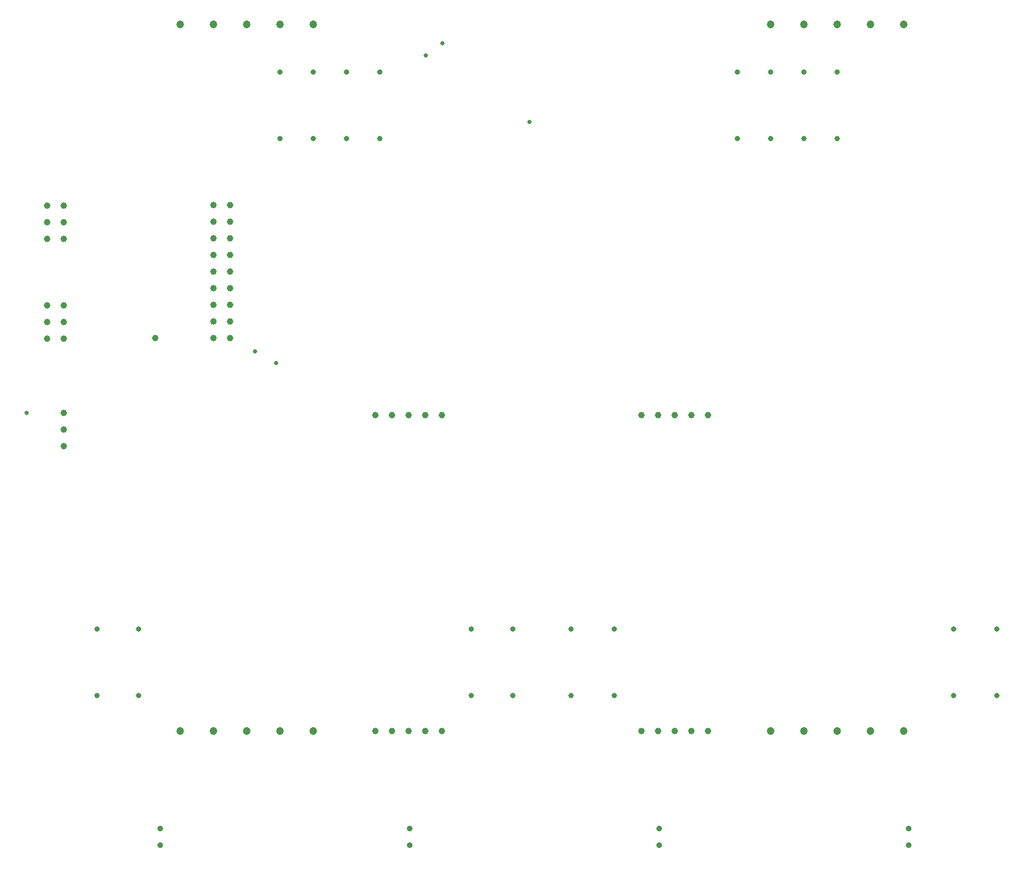
<source format=gbr>
%TF.GenerationSoftware,KiCad,Pcbnew,7.0.2*%
%TF.CreationDate,2023-07-06T23:21:11-07:00*%
%TF.ProjectId,Score-Board-Digits,53636f72-652d-4426-9f61-72642d446967,1*%
%TF.SameCoordinates,Original*%
%TF.FileFunction,Plated,1,2,PTH,Drill*%
%TF.FilePolarity,Positive*%
%FSLAX46Y46*%
G04 Gerber Fmt 4.6, Leading zero omitted, Abs format (unit mm)*
G04 Created by KiCad (PCBNEW 7.0.2) date 2023-07-06 23:21:11*
%MOMM*%
%LPD*%
G01*
G04 APERTURE LIST*
%TA.AperFunction,ViaDrill*%
%ADD10C,0.635000*%
%TD*%
%TA.AperFunction,ComponentDrill*%
%ADD11C,0.800000*%
%TD*%
%TA.AperFunction,ComponentDrill*%
%ADD12C,0.900000*%
%TD*%
%TA.AperFunction,ComponentDrill*%
%ADD13C,1.000000*%
%TD*%
%TA.AperFunction,ComponentDrill*%
%ADD14C,1.200000*%
%TD*%
G04 APERTURE END LIST*
D10*
X28605000Y-98495000D03*
X63530000Y-89097000D03*
X66705000Y-90875000D03*
X89565000Y-43885000D03*
X92105000Y-41980000D03*
X105440000Y-54045000D03*
D11*
%TO.C,R9*%
X39400000Y-131515000D03*
X39400000Y-141675000D03*
%TO.C,R13*%
X45750000Y-131515000D03*
X45750000Y-141675000D03*
%TO.C,R1*%
X67340000Y-46425000D03*
X67340000Y-56585000D03*
%TO.C,R2*%
X72420000Y-46425000D03*
X72420000Y-56585000D03*
%TO.C,R3*%
X77500000Y-46425000D03*
X77500000Y-56585000D03*
%TO.C,R4*%
X82580000Y-46425000D03*
X82580000Y-56585000D03*
%TO.C,R10*%
X96550000Y-131515000D03*
X96550000Y-141675000D03*
%TO.C,R14*%
X102900000Y-131515000D03*
X102900000Y-141675000D03*
%TO.C,R11*%
X111790000Y-131515000D03*
X111790000Y-141675000D03*
%TO.C,R15*%
X118394000Y-131515000D03*
X118394000Y-141675000D03*
%TO.C,R5*%
X137190000Y-46425000D03*
X137190000Y-56585000D03*
%TO.C,R7*%
X142270000Y-46425000D03*
X142270000Y-56585000D03*
%TO.C,R6*%
X147350000Y-46425000D03*
X147350000Y-56585000D03*
%TO.C,R8*%
X152430000Y-46425000D03*
X152430000Y-56585000D03*
%TO.C,R12*%
X170210000Y-131515000D03*
X170210000Y-141675000D03*
%TO.C,R16*%
X176814000Y-131515000D03*
X176814000Y-141675000D03*
D12*
%TO.C,LED1*%
X49052000Y-161995000D03*
X49052000Y-164535000D03*
%TO.C,LED2*%
X87152000Y-161995000D03*
X87152000Y-164535000D03*
%TO.C,LED3*%
X125252000Y-161995000D03*
X125252000Y-164535000D03*
%TO.C,LED4*%
X163352000Y-161995000D03*
X163352000Y-164535000D03*
D13*
%TO.C,OPT10*%
X31785000Y-66760000D03*
X31785000Y-69300000D03*
X31785000Y-71840000D03*
%TO.C,OPT1*%
X31785000Y-82000000D03*
X31785000Y-84540000D03*
X31785000Y-87080000D03*
%TO.C,OPT-IND*%
X34320000Y-98495000D03*
X34320000Y-101035000D03*
X34320000Y-103575000D03*
%TO.C,OPT10*%
X34325000Y-66760000D03*
X34325000Y-69300000D03*
X34325000Y-71840000D03*
%TO.C,OPT1*%
X34325000Y-82000000D03*
X34325000Y-84540000D03*
X34325000Y-87080000D03*
%TO.C,GND*%
X48290000Y-87065000D03*
%TO.C,J1*%
X57185000Y-66755000D03*
X57185000Y-69295000D03*
X57185000Y-71835000D03*
X57185000Y-74375000D03*
X57185000Y-76915000D03*
X57185000Y-79455000D03*
X57185000Y-81995000D03*
X57185000Y-84535000D03*
X57185000Y-87075000D03*
X59725000Y-66755000D03*
X59725000Y-69295000D03*
X59725000Y-71835000D03*
X59725000Y-74375000D03*
X59725000Y-76915000D03*
X59725000Y-79455000D03*
X59725000Y-81995000D03*
X59725000Y-84535000D03*
X59725000Y-87075000D03*
%TO.C,DIG1*%
X81894200Y-98799800D03*
X81894200Y-147059800D03*
X84434200Y-98799800D03*
X84442000Y-147059800D03*
X86974200Y-98799800D03*
X86974200Y-147059800D03*
X89514200Y-98799800D03*
X89522000Y-147059800D03*
X92054200Y-98799800D03*
X92062000Y-147059800D03*
%TO.C,DIG2*%
X122534200Y-98799800D03*
X122534200Y-147059800D03*
X125074200Y-98799800D03*
X125082000Y-147059800D03*
X127614200Y-98799800D03*
X127614200Y-147059800D03*
X130154200Y-98799800D03*
X130162000Y-147059800D03*
X132694200Y-98799800D03*
X132702000Y-147059800D03*
D14*
%TO.C,DIG3*%
X52100000Y-39145000D03*
X52100000Y-147095000D03*
X57180000Y-39145000D03*
X57180000Y-147095000D03*
X62260000Y-39145000D03*
X62260000Y-147095000D03*
X67340000Y-39145000D03*
X67340000Y-147095000D03*
X72420000Y-39145000D03*
X72420000Y-147095000D03*
%TO.C,DIG4*%
X142270000Y-39145000D03*
X142270000Y-147095000D03*
X147350000Y-39145000D03*
X147350000Y-147095000D03*
X152430000Y-39145000D03*
X152430000Y-147095000D03*
X157510000Y-39145000D03*
X157510000Y-147095000D03*
X162590000Y-39145000D03*
X162590000Y-147095000D03*
M02*

</source>
